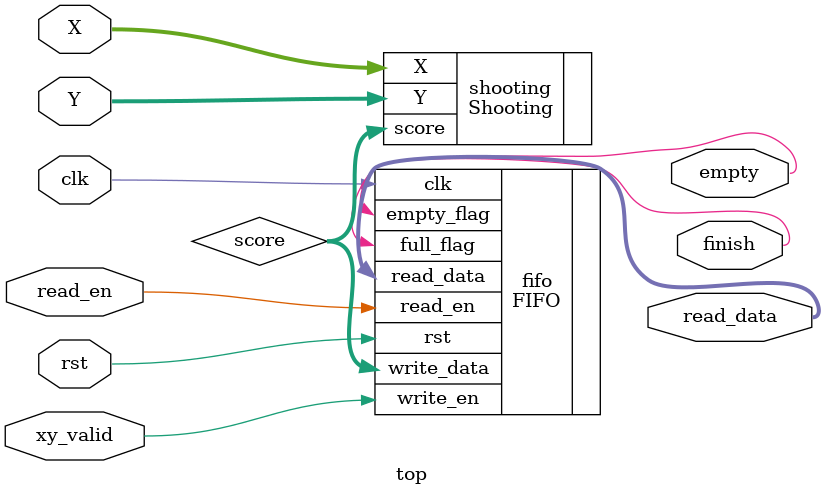
<source format=v>
`timescale 1ns/10ps

`include "Shooting.v"
`include "FIFO.v"

module top (empty, finish, read_data,  clk, rst, X, Y, xy_valid, read_en);
	input 					clk;
	input 					rst;
	input 		[3:0]		X;
	input 		[3:0]		Y;
	input					xy_valid;
	input					read_en;
	output					empty;
	output  				finish;
	output		[31:0]		read_data;

	
// put your design here
wire [31:0] score;
FIFO fifo(.clk(clk), .rst(rst),.write_data(score),.write_en(xy_valid),.read_en(read_en), .full_flag(finish),.empty_flag(empty),.read_data(read_data));  // Don't modify the instance name !!!!!!!!!!!!
Shooting shooting(.score(score), .X(X), .Y(Y));  

endmodule

</source>
